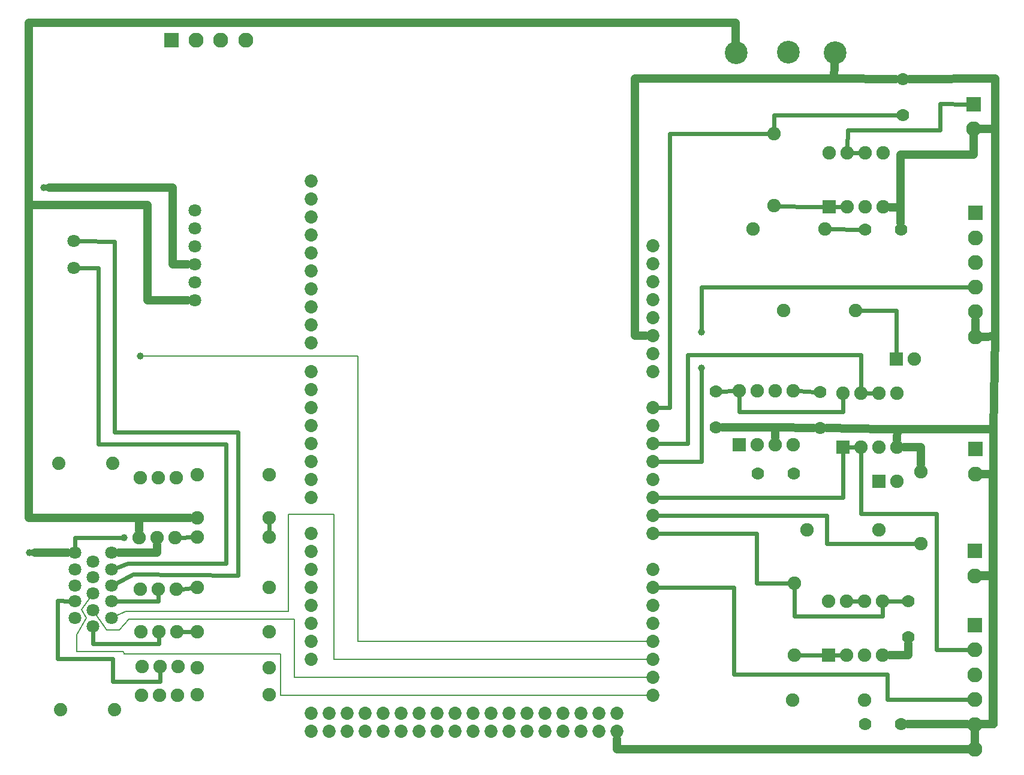
<source format=gtl>
G04 MADE WITH FRITZING*
G04 WWW.FRITZING.ORG*
G04 DOUBLE SIDED*
G04 HOLES PLATED*
G04 CONTOUR ON CENTER OF CONTOUR VECTOR*
%ASAXBY*%
%FSLAX23Y23*%
%MOIN*%
%OFA0B0*%
%SFA1.0B1.0*%
%ADD10C,0.039370*%
%ADD11C,0.075000*%
%ADD12C,0.070000*%
%ADD13C,0.070866*%
%ADD14C,0.072917*%
%ADD15C,0.074000*%
%ADD16C,0.126614*%
%ADD17C,0.083307*%
%ADD18R,0.075000X0.075000*%
%ADD19R,0.083307X0.083307*%
%ADD20C,0.048000*%
%ADD21C,0.024000*%
%ADD22C,0.008000*%
%ADD23R,0.001000X0.001000*%
%LNCOPPER1*%
G90*
G70*
G54D10*
X3820Y2733D03*
X3820Y2533D03*
X82Y1506D03*
X609Y1591D03*
X163Y3536D03*
X699Y2600D03*
G54D11*
X4407Y1634D03*
X4807Y1634D03*
X4527Y938D03*
X4527Y1238D03*
X4627Y938D03*
X4627Y1238D03*
X4727Y938D03*
X4727Y1238D03*
X4827Y938D03*
X4827Y1238D03*
X4529Y3430D03*
X4529Y3730D03*
X4629Y3430D03*
X4629Y3730D03*
X4729Y3430D03*
X4729Y3730D03*
X4829Y3430D03*
X4829Y3730D03*
X4607Y2094D03*
X4607Y2394D03*
X4707Y2094D03*
X4707Y2394D03*
X4807Y2094D03*
X4807Y2394D03*
X4907Y2094D03*
X4907Y2394D03*
X4029Y2107D03*
X4029Y2407D03*
X4129Y2107D03*
X4129Y2407D03*
X4229Y2107D03*
X4229Y2407D03*
X4329Y2107D03*
X4329Y2407D03*
G54D12*
X3899Y2403D03*
X3899Y2203D03*
X4480Y2400D03*
X4480Y2200D03*
X4132Y1948D03*
X4332Y1948D03*
X4969Y1236D03*
X4969Y1036D03*
X4928Y3302D03*
X4728Y3302D03*
X4928Y553D03*
X4728Y553D03*
X4938Y4141D03*
X4938Y3941D03*
G54D11*
X4337Y938D03*
X4337Y1338D03*
X4276Y2854D03*
X4676Y2854D03*
X5039Y1557D03*
X5039Y1957D03*
X4105Y3305D03*
X4505Y3305D03*
X4325Y688D03*
X4725Y688D03*
X4224Y3435D03*
X4224Y3835D03*
X4806Y1903D03*
X4906Y1903D03*
X4904Y2584D03*
X5004Y2584D03*
G54D13*
X538Y1413D03*
X538Y1235D03*
X538Y1324D03*
X538Y1505D03*
X330Y3241D03*
X330Y3091D03*
X1004Y3410D03*
X1004Y3310D03*
X1004Y3210D03*
X1004Y3110D03*
X1004Y3010D03*
X1004Y2910D03*
X538Y1143D03*
X437Y1369D03*
X437Y1279D03*
X437Y1458D03*
X437Y1188D03*
X437Y1098D03*
X337Y1143D03*
X337Y1505D03*
X337Y1413D03*
X337Y1324D03*
X337Y1235D03*
G54D14*
X3551Y1313D03*
X3551Y2913D03*
X3551Y1213D03*
X3551Y1113D03*
X3551Y1013D03*
X3551Y913D03*
X2151Y613D03*
X3551Y813D03*
X3551Y713D03*
X1651Y2873D03*
X3551Y2313D03*
X3551Y2213D03*
X3551Y2113D03*
X3551Y2013D03*
X2951Y613D03*
X3551Y1913D03*
X3551Y1813D03*
X3551Y1713D03*
X3551Y1613D03*
X1651Y2113D03*
X1751Y613D03*
X2551Y613D03*
X3351Y613D03*
X1651Y3273D03*
X3551Y2513D03*
X1651Y2513D03*
X1951Y613D03*
X2351Y613D03*
X2751Y613D03*
X1651Y913D03*
X3151Y613D03*
X1651Y1013D03*
X1651Y1113D03*
X1651Y1213D03*
X1651Y1313D03*
X1651Y1413D03*
X1651Y1513D03*
X1651Y1613D03*
X1651Y3473D03*
X1651Y3073D03*
X1651Y2673D03*
X3551Y3113D03*
X3551Y2713D03*
X1651Y1913D03*
X1651Y2313D03*
X1651Y613D03*
X1851Y613D03*
X2051Y613D03*
X2251Y613D03*
X2451Y613D03*
X2651Y613D03*
X2851Y613D03*
X3051Y613D03*
X3251Y613D03*
X1651Y3573D03*
X1651Y3373D03*
X1651Y3173D03*
X1651Y2973D03*
X1651Y2773D03*
X3551Y3213D03*
X3551Y3013D03*
X3551Y2813D03*
X3551Y2613D03*
X1651Y1813D03*
X1651Y2013D03*
X1651Y2213D03*
X1651Y2413D03*
X1651Y513D03*
X1751Y513D03*
X1851Y513D03*
X1951Y513D03*
X2051Y513D03*
X2151Y513D03*
X2251Y513D03*
X2351Y513D03*
X2451Y513D03*
X2551Y513D03*
X2651Y513D03*
X2751Y513D03*
X2851Y513D03*
X2951Y513D03*
X3051Y513D03*
X3151Y513D03*
X3251Y513D03*
X3351Y513D03*
X3551Y1413D03*
X3551Y1313D03*
X3551Y2913D03*
X3551Y1213D03*
X3551Y1113D03*
X3551Y1013D03*
X3551Y913D03*
X2151Y613D03*
X3551Y813D03*
X3551Y713D03*
X1651Y2873D03*
X3551Y2313D03*
X3551Y2213D03*
X3551Y2113D03*
X3551Y2013D03*
X2951Y613D03*
X3551Y1913D03*
X3551Y1813D03*
X3551Y1713D03*
X3551Y1613D03*
X1651Y2113D03*
X1751Y613D03*
X2551Y613D03*
X3351Y613D03*
X1651Y3273D03*
X3551Y2513D03*
X1651Y2513D03*
X1951Y613D03*
X2351Y613D03*
X2751Y613D03*
X1651Y913D03*
X3151Y613D03*
X1651Y1013D03*
X1651Y1113D03*
X1651Y1213D03*
X1651Y1313D03*
X1651Y1413D03*
X1651Y1513D03*
X1651Y1613D03*
X1651Y3473D03*
X1651Y3073D03*
X1651Y2673D03*
X3551Y3113D03*
X3551Y2713D03*
X1651Y1913D03*
X1651Y2313D03*
X1651Y613D03*
X1851Y613D03*
X2051Y613D03*
X2251Y613D03*
X2451Y613D03*
X2651Y613D03*
X2851Y613D03*
X3051Y613D03*
X3251Y613D03*
X1651Y3573D03*
X1651Y3373D03*
X1651Y3173D03*
X1651Y2973D03*
X1651Y2773D03*
X3551Y3213D03*
X3551Y3013D03*
X3551Y2813D03*
X3551Y2613D03*
X1651Y1813D03*
X1651Y2013D03*
X1651Y2213D03*
X1651Y2413D03*
X1651Y513D03*
X1751Y513D03*
X1851Y513D03*
X1951Y513D03*
X2051Y513D03*
X2151Y513D03*
X2251Y513D03*
X2351Y513D03*
X2451Y513D03*
X2551Y513D03*
X2651Y513D03*
X2751Y513D03*
X2851Y513D03*
X2951Y513D03*
X3051Y513D03*
X3151Y513D03*
X3251Y513D03*
X3351Y513D03*
X3551Y1413D03*
G54D11*
X1015Y1312D03*
X1415Y1312D03*
X1016Y1068D03*
X1416Y1068D03*
X1015Y1592D03*
X1415Y1592D03*
X1016Y1700D03*
X1416Y1700D03*
X1015Y866D03*
X1415Y866D03*
X1415Y1939D03*
X1015Y1939D03*
X1417Y717D03*
X1017Y717D03*
G54D15*
X547Y2002D03*
X247Y2002D03*
X547Y2002D03*
X247Y2002D03*
G54D16*
X4562Y4287D03*
X4012Y4287D03*
G54D15*
X555Y634D03*
X255Y634D03*
X555Y634D03*
X255Y634D03*
G54D16*
X4304Y4291D03*
G54D11*
X901Y1302D03*
X801Y1302D03*
X701Y1302D03*
X904Y1066D03*
X804Y1066D03*
X704Y1066D03*
X908Y873D03*
X808Y873D03*
X708Y873D03*
X892Y1590D03*
X792Y1590D03*
X692Y1590D03*
X906Y713D03*
X806Y713D03*
X706Y713D03*
X899Y1922D03*
X799Y1922D03*
X699Y1922D03*
G54D17*
X5339Y1103D03*
X5339Y965D03*
X5339Y827D03*
X5339Y689D03*
X5339Y551D03*
X5339Y414D03*
X5342Y3396D03*
X5342Y3258D03*
X5342Y3120D03*
X5342Y2982D03*
X5342Y2845D03*
X5342Y2707D03*
X5343Y2082D03*
X5343Y1944D03*
X5340Y1515D03*
X5340Y1377D03*
X5332Y4001D03*
X5332Y3863D03*
X872Y4356D03*
X1010Y4356D03*
X1147Y4356D03*
X1285Y4356D03*
G54D18*
X4527Y938D03*
X4529Y3430D03*
X4607Y2094D03*
X4029Y2107D03*
X4806Y1903D03*
X4904Y2584D03*
G54D19*
X5339Y1103D03*
X5342Y3396D03*
X5343Y2082D03*
X5340Y1515D03*
X5332Y4001D03*
X872Y4356D03*
G54D20*
X295Y1505D02*
X112Y1506D01*
G54D21*
D02*
X988Y1067D02*
X933Y1066D01*
D02*
X437Y1000D02*
X804Y1000D01*
D02*
X804Y1000D02*
X804Y1037D01*
D02*
X437Y1068D02*
X437Y1000D01*
D02*
X801Y1235D02*
X801Y1273D01*
D02*
X569Y1235D02*
X801Y1235D01*
D02*
X930Y1304D02*
X987Y1310D01*
D02*
X3345Y530D02*
X3351Y513D01*
G54D20*
D02*
X4925Y3425D02*
X4927Y3339D01*
G54D21*
D02*
X337Y1591D02*
X591Y1591D01*
D02*
X337Y1536D02*
X337Y1591D01*
G54D22*
D02*
X3527Y813D02*
X1555Y813D01*
D02*
X3527Y713D02*
X1481Y713D01*
D02*
X1777Y913D02*
X1777Y1719D01*
D02*
X1777Y1719D02*
X1522Y1719D01*
D02*
X1481Y713D02*
X1481Y944D01*
D02*
X1481Y944D02*
X609Y944D01*
D02*
X609Y944D02*
X606Y958D01*
D02*
X606Y958D02*
X345Y958D01*
D02*
X345Y1050D02*
X399Y1143D01*
D02*
X345Y958D02*
X345Y1050D01*
D02*
X399Y1143D02*
X374Y1189D01*
D02*
X1522Y1719D02*
X1522Y1180D01*
D02*
X1555Y813D02*
X1555Y1135D01*
D02*
X1555Y1135D02*
X637Y1135D01*
D02*
X637Y1135D02*
X583Y1077D01*
D02*
X374Y1189D02*
X422Y1259D01*
D02*
X619Y1180D02*
X561Y1154D01*
D02*
X583Y1077D02*
X514Y1077D01*
D02*
X514Y1077D02*
X451Y1167D01*
D02*
X1522Y1180D02*
X619Y1180D01*
D02*
X3527Y913D02*
X1777Y913D01*
G54D20*
D02*
X880Y3536D02*
X880Y3110D01*
D02*
X880Y3110D02*
X962Y3110D01*
D02*
X193Y3536D02*
X880Y3536D01*
G54D21*
D02*
X920Y1590D02*
X986Y1592D01*
D02*
X1415Y1621D02*
X1416Y1671D01*
G54D22*
D02*
X1910Y1013D02*
X1910Y2600D01*
D02*
X1910Y2600D02*
X712Y2600D01*
D02*
X3527Y1013D02*
X1910Y1013D01*
G54D21*
D02*
X4125Y1338D02*
X4308Y1338D01*
D02*
X4125Y1613D02*
X4125Y1338D01*
D02*
X4827Y1153D02*
X4827Y1209D01*
D02*
X3582Y1613D02*
X4125Y1613D01*
D02*
X4607Y1813D02*
X3582Y1813D01*
D02*
X4607Y2065D02*
X4607Y1813D01*
D02*
X4337Y1153D02*
X4337Y1310D01*
G54D20*
D02*
X4969Y938D02*
X4867Y938D01*
D02*
X4969Y999D02*
X4969Y938D01*
D02*
X5295Y552D02*
X4966Y552D01*
G54D21*
D02*
X4499Y938D02*
X4365Y938D01*
D02*
X4827Y1153D02*
X4337Y1153D01*
D02*
X4942Y1236D02*
X4856Y1237D01*
D02*
X4854Y689D02*
X5306Y689D01*
D02*
X4854Y831D02*
X4854Y689D01*
D02*
X4001Y831D02*
X4854Y831D01*
D02*
X4001Y1313D02*
X4001Y831D01*
D02*
X3582Y1313D02*
X4001Y1313D01*
G54D20*
D02*
X5039Y2094D02*
X5039Y1997D01*
D02*
X4947Y2094D02*
X5039Y2094D01*
G54D21*
D02*
X5125Y965D02*
X5125Y1723D01*
D02*
X5125Y1723D02*
X4707Y1723D01*
D02*
X4707Y1723D02*
X4707Y2065D01*
D02*
X5307Y965D02*
X5125Y965D01*
D02*
X4517Y1557D02*
X5011Y1557D01*
D02*
X4517Y1713D02*
X4517Y1557D01*
D02*
X3582Y1713D02*
X4517Y1713D01*
D02*
X3644Y2313D02*
X3582Y2313D01*
D02*
X3644Y3835D02*
X3644Y2313D01*
D02*
X4196Y3835D02*
X3644Y3835D01*
G54D20*
D02*
X3351Y414D02*
X5295Y414D01*
D02*
X3351Y471D02*
X3351Y414D01*
G54D21*
D02*
X4904Y2854D02*
X4904Y2613D01*
D02*
X4704Y2854D02*
X4904Y2854D01*
D02*
X4224Y3941D02*
X4224Y3864D01*
D02*
X4912Y3941D02*
X4224Y3941D01*
D02*
X4430Y3430D02*
X4501Y3430D01*
D02*
X4253Y3434D02*
X4430Y3430D01*
D02*
X5147Y3855D02*
X4632Y3855D01*
D02*
X4632Y3855D02*
X4630Y3758D01*
D02*
X5147Y4004D02*
X5147Y3855D01*
D02*
X5300Y4001D02*
X5147Y4004D01*
D02*
X4707Y2605D02*
X4707Y2422D01*
D02*
X3742Y2605D02*
X4707Y2605D01*
D02*
X3742Y2113D02*
X3742Y2605D01*
D02*
X3582Y2113D02*
X3742Y2113D01*
D02*
X3820Y2752D02*
X3820Y2982D01*
D02*
X3820Y2013D02*
X3820Y2514D01*
D02*
X3820Y2982D02*
X5309Y2982D01*
D02*
X3582Y2013D02*
X3820Y2013D01*
D02*
X4702Y3302D02*
X4533Y3305D01*
G54D20*
D02*
X4925Y3425D02*
X4869Y3428D01*
D02*
X4925Y3720D02*
X4925Y3425D01*
D02*
X5332Y3720D02*
X4925Y3720D01*
D02*
X5332Y3819D02*
X5332Y3720D01*
D02*
X5443Y2192D02*
X5443Y1944D01*
D02*
X5453Y2709D02*
X5386Y2708D01*
D02*
X5443Y1944D02*
X5387Y1944D01*
D02*
X5453Y2709D02*
X5443Y2192D01*
D02*
X4443Y2201D02*
X4230Y2203D01*
D02*
X4908Y2192D02*
X4907Y2133D01*
D02*
X4832Y2192D02*
X4517Y2199D01*
D02*
X4230Y2203D02*
X4229Y2147D01*
D02*
X5443Y2192D02*
X4832Y2192D01*
G54D21*
D02*
X4454Y2401D02*
X4357Y2406D01*
G54D20*
D02*
X4230Y2203D02*
X3936Y2203D01*
G54D21*
D02*
X4701Y3730D02*
X4658Y3730D01*
D02*
X4779Y2394D02*
X4736Y2394D01*
D02*
X4699Y1238D02*
X4656Y1238D01*
D02*
X4000Y2406D02*
X3925Y2404D01*
D02*
X4029Y2291D02*
X4029Y2378D01*
D02*
X4607Y2291D02*
X4029Y2291D01*
D02*
X4607Y2365D02*
X4607Y2291D01*
G54D20*
D02*
X5339Y508D02*
X5339Y458D01*
D02*
X5342Y2801D02*
X5342Y2751D01*
G54D21*
D02*
X467Y3091D02*
X467Y2111D01*
D02*
X467Y2111D02*
X1175Y2111D01*
D02*
X555Y3238D02*
X555Y2177D01*
D02*
X555Y2177D02*
X1242Y2177D01*
D02*
X1242Y2177D02*
X1242Y1381D01*
D02*
X661Y1387D02*
X566Y1338D01*
D02*
X1242Y1381D02*
X661Y1387D01*
D02*
X1175Y2111D02*
X1175Y1445D01*
D02*
X629Y1445D02*
X568Y1424D01*
D02*
X1175Y1445D02*
X629Y1445D01*
D02*
X361Y3091D02*
X467Y3091D01*
D02*
X361Y3240D02*
X555Y3238D01*
D02*
X4599Y938D02*
X4556Y938D01*
D02*
X4601Y3430D02*
X4558Y3430D01*
G54D20*
D02*
X5453Y3863D02*
X5453Y2709D01*
D02*
X738Y2910D02*
X962Y2910D01*
D02*
X738Y3440D02*
X738Y2910D01*
D02*
X79Y3440D02*
X738Y3440D01*
G54D21*
D02*
X4679Y2094D02*
X4636Y2094D01*
G54D20*
D02*
X5453Y3863D02*
X5376Y3863D01*
D02*
X5453Y4142D02*
X5453Y3863D01*
D02*
X4975Y4141D02*
X5453Y4142D01*
D02*
X4557Y4142D02*
X4901Y4141D01*
D02*
X4008Y4415D02*
X4010Y4353D01*
D02*
X4008Y4453D02*
X4008Y4415D01*
D02*
X79Y4453D02*
X4008Y4453D01*
D02*
X79Y3440D02*
X79Y4453D01*
D02*
X79Y1700D02*
X79Y3440D01*
G54D21*
D02*
X306Y1236D02*
X239Y1239D01*
G54D20*
D02*
X580Y1505D02*
X792Y1505D01*
D02*
X792Y1505D02*
X792Y1550D01*
G54D21*
D02*
X239Y916D02*
X547Y916D01*
D02*
X547Y916D02*
X547Y791D01*
D02*
X547Y791D02*
X808Y791D01*
D02*
X808Y791D02*
X808Y845D01*
D02*
X239Y1239D02*
X239Y916D01*
G54D20*
D02*
X4557Y4142D02*
X4560Y4222D01*
D02*
X3449Y4142D02*
X4557Y4142D01*
D02*
X3449Y2713D02*
X3449Y4142D01*
D02*
X3510Y2713D02*
X3449Y2713D01*
D02*
X692Y1700D02*
X692Y1629D01*
D02*
X79Y1700D02*
X692Y1700D01*
D02*
X692Y1700D02*
X976Y1700D01*
G54D23*
X5437Y1969D02*
X5447Y1969D01*
X5434Y1968D02*
X5450Y1968D01*
X5432Y1967D02*
X5452Y1967D01*
X5430Y1966D02*
X5454Y1966D01*
X5428Y1965D02*
X5456Y1965D01*
X5427Y1964D02*
X5457Y1964D01*
X5426Y1963D02*
X5458Y1963D01*
X5425Y1962D02*
X5459Y1962D01*
X5424Y1961D02*
X5460Y1961D01*
X5423Y1960D02*
X5461Y1960D01*
X5423Y1959D02*
X5461Y1959D01*
X5422Y1958D02*
X5462Y1958D01*
X5421Y1957D02*
X5463Y1957D01*
X5421Y1956D02*
X5463Y1956D01*
X5420Y1955D02*
X5464Y1955D01*
X5420Y1954D02*
X5464Y1954D01*
X5420Y1953D02*
X5464Y1953D01*
X5419Y1952D02*
X5465Y1952D01*
X5419Y1951D02*
X5465Y1951D01*
X5419Y1950D02*
X5465Y1950D01*
X5419Y1949D02*
X5465Y1949D01*
X5419Y1948D02*
X5465Y1948D01*
X5419Y1947D02*
X5465Y1947D01*
X5419Y1946D02*
X5465Y1946D01*
X5418Y1945D02*
X5465Y1945D01*
X5418Y1944D02*
X5465Y1944D01*
X5418Y1943D02*
X5465Y1943D01*
X5418Y1942D02*
X5465Y1942D01*
X5418Y1941D02*
X5465Y1941D01*
X5418Y1940D02*
X5465Y1940D01*
X5418Y1939D02*
X5465Y1939D01*
X5418Y1938D02*
X5465Y1938D01*
X5418Y1937D02*
X5465Y1937D01*
X5418Y1936D02*
X5465Y1936D01*
X5418Y1935D02*
X5465Y1935D01*
X5418Y1934D02*
X5465Y1934D01*
X5418Y1933D02*
X5465Y1933D01*
X5418Y1932D02*
X5465Y1932D01*
X5418Y1931D02*
X5465Y1931D01*
X5418Y1930D02*
X5465Y1930D01*
X5418Y1929D02*
X5465Y1929D01*
X5418Y1928D02*
X5465Y1928D01*
X5418Y1927D02*
X5465Y1927D01*
X5418Y1926D02*
X5465Y1926D01*
X5418Y1925D02*
X5465Y1925D01*
X5418Y1924D02*
X5465Y1924D01*
X5418Y1923D02*
X5465Y1923D01*
X5418Y1922D02*
X5465Y1922D01*
X5418Y1921D02*
X5465Y1921D01*
X5418Y1920D02*
X5465Y1920D01*
X5418Y1919D02*
X5465Y1919D01*
X5418Y1918D02*
X5465Y1918D01*
X5418Y1917D02*
X5465Y1917D01*
X5418Y1916D02*
X5465Y1916D01*
X5418Y1915D02*
X5465Y1915D01*
X5418Y1914D02*
X5465Y1914D01*
X5418Y1913D02*
X5465Y1913D01*
X5418Y1912D02*
X5465Y1912D01*
X5418Y1911D02*
X5465Y1911D01*
X5418Y1910D02*
X5465Y1910D01*
X5418Y1909D02*
X5465Y1909D01*
X5418Y1908D02*
X5465Y1908D01*
X5418Y1907D02*
X5465Y1907D01*
X5418Y1906D02*
X5465Y1906D01*
X5418Y1905D02*
X5465Y1905D01*
X5418Y1904D02*
X5465Y1904D01*
X5418Y1903D02*
X5465Y1903D01*
X5418Y1902D02*
X5465Y1902D01*
X5418Y1901D02*
X5465Y1901D01*
X5418Y1900D02*
X5465Y1900D01*
X5418Y1899D02*
X5465Y1899D01*
X5418Y1898D02*
X5465Y1898D01*
X5418Y1897D02*
X5465Y1897D01*
X5418Y1896D02*
X5465Y1896D01*
X5418Y1895D02*
X5465Y1895D01*
X5418Y1894D02*
X5465Y1894D01*
X5418Y1893D02*
X5465Y1893D01*
X5418Y1892D02*
X5465Y1892D01*
X5418Y1891D02*
X5465Y1891D01*
X5418Y1890D02*
X5465Y1890D01*
X5418Y1889D02*
X5465Y1889D01*
X5418Y1888D02*
X5465Y1888D01*
X5418Y1887D02*
X5465Y1887D01*
X5418Y1886D02*
X5465Y1886D01*
X5418Y1885D02*
X5465Y1885D01*
X5418Y1884D02*
X5465Y1884D01*
X5418Y1883D02*
X5465Y1883D01*
X5418Y1882D02*
X5465Y1882D01*
X5418Y1881D02*
X5465Y1881D01*
X5418Y1880D02*
X5465Y1880D01*
X5418Y1879D02*
X5465Y1879D01*
X5418Y1878D02*
X5465Y1878D01*
X5418Y1877D02*
X5465Y1877D01*
X5418Y1876D02*
X5465Y1876D01*
X5418Y1875D02*
X5465Y1875D01*
X5418Y1874D02*
X5465Y1874D01*
X5418Y1873D02*
X5465Y1873D01*
X5418Y1872D02*
X5465Y1872D01*
X5418Y1871D02*
X5465Y1871D01*
X5418Y1870D02*
X5465Y1870D01*
X5418Y1869D02*
X5465Y1869D01*
X5418Y1868D02*
X5465Y1868D01*
X5418Y1867D02*
X5465Y1867D01*
X5418Y1866D02*
X5465Y1866D01*
X5418Y1865D02*
X5465Y1865D01*
X5418Y1864D02*
X5465Y1864D01*
X5418Y1863D02*
X5465Y1863D01*
X5418Y1862D02*
X5465Y1862D01*
X5418Y1861D02*
X5465Y1861D01*
X5418Y1860D02*
X5465Y1860D01*
X5418Y1859D02*
X5465Y1859D01*
X5418Y1858D02*
X5465Y1858D01*
X5418Y1857D02*
X5465Y1857D01*
X5418Y1856D02*
X5465Y1856D01*
X5418Y1855D02*
X5465Y1855D01*
X5418Y1854D02*
X5465Y1854D01*
X5418Y1853D02*
X5465Y1853D01*
X5418Y1852D02*
X5465Y1852D01*
X5418Y1851D02*
X5465Y1851D01*
X5418Y1850D02*
X5465Y1850D01*
X5418Y1849D02*
X5465Y1849D01*
X5418Y1848D02*
X5465Y1848D01*
X5418Y1847D02*
X5465Y1847D01*
X5418Y1846D02*
X5465Y1846D01*
X5418Y1845D02*
X5465Y1845D01*
X5418Y1844D02*
X5465Y1844D01*
X5418Y1843D02*
X5465Y1843D01*
X5418Y1842D02*
X5465Y1842D01*
X5418Y1841D02*
X5465Y1841D01*
X5418Y1840D02*
X5465Y1840D01*
X5418Y1839D02*
X5465Y1839D01*
X5418Y1838D02*
X5465Y1838D01*
X5418Y1837D02*
X5465Y1837D01*
X5418Y1836D02*
X5465Y1836D01*
X5418Y1835D02*
X5465Y1835D01*
X5418Y1834D02*
X5465Y1834D01*
X5418Y1833D02*
X5465Y1833D01*
X5418Y1832D02*
X5465Y1832D01*
X5418Y1831D02*
X5465Y1831D01*
X5418Y1830D02*
X5465Y1830D01*
X5418Y1829D02*
X5465Y1829D01*
X5418Y1828D02*
X5465Y1828D01*
X5418Y1827D02*
X5465Y1827D01*
X5418Y1826D02*
X5465Y1826D01*
X5418Y1825D02*
X5465Y1825D01*
X5418Y1824D02*
X5465Y1824D01*
X5418Y1823D02*
X5465Y1823D01*
X5418Y1822D02*
X5465Y1822D01*
X5418Y1821D02*
X5465Y1821D01*
X5418Y1820D02*
X5465Y1820D01*
X5418Y1819D02*
X5465Y1819D01*
X5418Y1818D02*
X5465Y1818D01*
X5418Y1817D02*
X5465Y1817D01*
X5418Y1816D02*
X5465Y1816D01*
X5418Y1815D02*
X5465Y1815D01*
X5418Y1814D02*
X5465Y1814D01*
X5418Y1813D02*
X5465Y1813D01*
X5418Y1812D02*
X5465Y1812D01*
X5418Y1811D02*
X5465Y1811D01*
X5418Y1810D02*
X5465Y1810D01*
X5418Y1809D02*
X5465Y1809D01*
X5418Y1808D02*
X5465Y1808D01*
X5418Y1807D02*
X5465Y1807D01*
X5418Y1806D02*
X5465Y1806D01*
X5418Y1805D02*
X5465Y1805D01*
X5418Y1804D02*
X5465Y1804D01*
X5418Y1803D02*
X5465Y1803D01*
X5418Y1802D02*
X5465Y1802D01*
X5418Y1801D02*
X5465Y1801D01*
X5418Y1800D02*
X5465Y1800D01*
X5418Y1799D02*
X5465Y1799D01*
X5418Y1798D02*
X5465Y1798D01*
X5418Y1797D02*
X5465Y1797D01*
X5418Y1796D02*
X5465Y1796D01*
X5418Y1795D02*
X5465Y1795D01*
X5418Y1794D02*
X5465Y1794D01*
X5418Y1793D02*
X5465Y1793D01*
X5418Y1792D02*
X5465Y1792D01*
X5418Y1791D02*
X5465Y1791D01*
X5418Y1790D02*
X5465Y1790D01*
X5418Y1789D02*
X5465Y1789D01*
X5418Y1788D02*
X5465Y1788D01*
X5418Y1787D02*
X5465Y1787D01*
X5418Y1786D02*
X5465Y1786D01*
X5418Y1785D02*
X5465Y1785D01*
X5418Y1784D02*
X5465Y1784D01*
X5418Y1783D02*
X5465Y1783D01*
X5418Y1782D02*
X5465Y1782D01*
X5418Y1781D02*
X5465Y1781D01*
X5418Y1780D02*
X5465Y1780D01*
X5418Y1779D02*
X5465Y1779D01*
X5418Y1778D02*
X5465Y1778D01*
X5418Y1777D02*
X5465Y1777D01*
X5418Y1776D02*
X5465Y1776D01*
X5418Y1775D02*
X5465Y1775D01*
X5418Y1774D02*
X5465Y1774D01*
X5418Y1773D02*
X5465Y1773D01*
X5418Y1772D02*
X5465Y1772D01*
X5418Y1771D02*
X5465Y1771D01*
X5418Y1770D02*
X5465Y1770D01*
X5418Y1769D02*
X5465Y1769D01*
X5418Y1768D02*
X5465Y1768D01*
X5418Y1767D02*
X5465Y1767D01*
X5418Y1766D02*
X5465Y1766D01*
X5418Y1765D02*
X5465Y1765D01*
X5418Y1764D02*
X5465Y1764D01*
X5418Y1763D02*
X5465Y1763D01*
X5418Y1762D02*
X5465Y1762D01*
X5418Y1761D02*
X5465Y1761D01*
X5418Y1760D02*
X5465Y1760D01*
X5418Y1759D02*
X5465Y1759D01*
X5418Y1758D02*
X5465Y1758D01*
X5418Y1757D02*
X5465Y1757D01*
X5418Y1756D02*
X5465Y1756D01*
X5418Y1755D02*
X5465Y1755D01*
X5418Y1754D02*
X5465Y1754D01*
X5418Y1753D02*
X5465Y1753D01*
X5418Y1752D02*
X5465Y1752D01*
X5418Y1751D02*
X5465Y1751D01*
X5418Y1750D02*
X5465Y1750D01*
X5418Y1749D02*
X5465Y1749D01*
X5418Y1748D02*
X5465Y1748D01*
X5418Y1747D02*
X5465Y1747D01*
X5418Y1746D02*
X5465Y1746D01*
X5418Y1745D02*
X5465Y1745D01*
X5418Y1744D02*
X5465Y1744D01*
X5418Y1743D02*
X5465Y1743D01*
X5418Y1742D02*
X5465Y1742D01*
X5418Y1741D02*
X5465Y1741D01*
X5418Y1740D02*
X5465Y1740D01*
X5418Y1739D02*
X5465Y1739D01*
X5418Y1738D02*
X5465Y1738D01*
X5418Y1737D02*
X5465Y1737D01*
X5418Y1736D02*
X5465Y1736D01*
X5418Y1735D02*
X5465Y1735D01*
X5418Y1734D02*
X5465Y1734D01*
X5418Y1733D02*
X5465Y1733D01*
X5418Y1732D02*
X5465Y1732D01*
X5418Y1731D02*
X5465Y1731D01*
X5418Y1730D02*
X5465Y1730D01*
X5418Y1729D02*
X5465Y1729D01*
X5418Y1728D02*
X5465Y1728D01*
X5418Y1727D02*
X5465Y1727D01*
X5418Y1726D02*
X5465Y1726D01*
X5418Y1725D02*
X5465Y1725D01*
X5418Y1724D02*
X5465Y1724D01*
X5418Y1723D02*
X5465Y1723D01*
X5418Y1722D02*
X5465Y1722D01*
X5418Y1721D02*
X5465Y1721D01*
X5418Y1720D02*
X5465Y1720D01*
X5418Y1719D02*
X5465Y1719D01*
X5418Y1718D02*
X5465Y1718D01*
X5418Y1717D02*
X5465Y1717D01*
X5418Y1716D02*
X5465Y1716D01*
X5418Y1715D02*
X5465Y1715D01*
X5418Y1714D02*
X5465Y1714D01*
X5418Y1713D02*
X5465Y1713D01*
X5418Y1712D02*
X5465Y1712D01*
X5418Y1711D02*
X5465Y1711D01*
X5418Y1710D02*
X5465Y1710D01*
X5418Y1709D02*
X5465Y1709D01*
X5418Y1708D02*
X5465Y1708D01*
X5418Y1707D02*
X5465Y1707D01*
X5418Y1706D02*
X5465Y1706D01*
X5418Y1705D02*
X5465Y1705D01*
X5418Y1704D02*
X5465Y1704D01*
X5418Y1703D02*
X5465Y1703D01*
X5418Y1702D02*
X5465Y1702D01*
X5418Y1701D02*
X5465Y1701D01*
X5418Y1700D02*
X5465Y1700D01*
X5418Y1699D02*
X5465Y1699D01*
X5418Y1698D02*
X5465Y1698D01*
X5418Y1697D02*
X5465Y1697D01*
X5418Y1696D02*
X5465Y1696D01*
X5418Y1695D02*
X5465Y1695D01*
X5418Y1694D02*
X5465Y1694D01*
X5418Y1693D02*
X5465Y1693D01*
X5418Y1692D02*
X5465Y1692D01*
X5418Y1691D02*
X5465Y1691D01*
X5418Y1690D02*
X5465Y1690D01*
X5418Y1689D02*
X5465Y1689D01*
X5418Y1688D02*
X5465Y1688D01*
X5418Y1687D02*
X5465Y1687D01*
X5418Y1686D02*
X5465Y1686D01*
X5418Y1685D02*
X5465Y1685D01*
X5418Y1684D02*
X5465Y1684D01*
X5418Y1683D02*
X5465Y1683D01*
X5418Y1682D02*
X5465Y1682D01*
X5418Y1681D02*
X5465Y1681D01*
X5418Y1680D02*
X5465Y1680D01*
X5418Y1679D02*
X5465Y1679D01*
X5418Y1678D02*
X5465Y1678D01*
X5418Y1677D02*
X5465Y1677D01*
X5418Y1676D02*
X5465Y1676D01*
X5418Y1675D02*
X5465Y1675D01*
X5418Y1674D02*
X5465Y1674D01*
X5418Y1673D02*
X5465Y1673D01*
X5418Y1672D02*
X5465Y1672D01*
X5418Y1671D02*
X5465Y1671D01*
X5418Y1670D02*
X5465Y1670D01*
X5418Y1669D02*
X5465Y1669D01*
X5418Y1668D02*
X5465Y1668D01*
X5418Y1667D02*
X5465Y1667D01*
X5418Y1666D02*
X5465Y1666D01*
X5418Y1665D02*
X5465Y1665D01*
X5418Y1664D02*
X5465Y1664D01*
X5418Y1663D02*
X5465Y1663D01*
X5418Y1662D02*
X5465Y1662D01*
X5418Y1661D02*
X5465Y1661D01*
X5418Y1660D02*
X5465Y1660D01*
X5418Y1659D02*
X5465Y1659D01*
X5418Y1658D02*
X5465Y1658D01*
X5418Y1657D02*
X5465Y1657D01*
X5418Y1656D02*
X5465Y1656D01*
X5418Y1655D02*
X5465Y1655D01*
X5418Y1654D02*
X5465Y1654D01*
X5418Y1653D02*
X5465Y1653D01*
X5418Y1652D02*
X5465Y1652D01*
X5418Y1651D02*
X5465Y1651D01*
X5418Y1650D02*
X5465Y1650D01*
X5418Y1649D02*
X5465Y1649D01*
X5418Y1648D02*
X5465Y1648D01*
X5418Y1647D02*
X5465Y1647D01*
X5418Y1646D02*
X5465Y1646D01*
X5418Y1645D02*
X5465Y1645D01*
X5418Y1644D02*
X5465Y1644D01*
X5418Y1643D02*
X5465Y1643D01*
X5418Y1642D02*
X5465Y1642D01*
X5418Y1641D02*
X5465Y1641D01*
X5418Y1640D02*
X5465Y1640D01*
X5418Y1639D02*
X5465Y1639D01*
X5418Y1638D02*
X5465Y1638D01*
X5418Y1637D02*
X5465Y1637D01*
X5418Y1636D02*
X5465Y1636D01*
X5418Y1635D02*
X5465Y1635D01*
X5418Y1634D02*
X5465Y1634D01*
X5418Y1633D02*
X5465Y1633D01*
X5418Y1632D02*
X5465Y1632D01*
X5418Y1631D02*
X5465Y1631D01*
X5418Y1630D02*
X5465Y1630D01*
X5418Y1629D02*
X5465Y1629D01*
X5418Y1628D02*
X5465Y1628D01*
X5418Y1627D02*
X5465Y1627D01*
X5418Y1626D02*
X5465Y1626D01*
X5418Y1625D02*
X5465Y1625D01*
X5418Y1624D02*
X5465Y1624D01*
X5418Y1623D02*
X5465Y1623D01*
X5418Y1622D02*
X5465Y1622D01*
X5418Y1621D02*
X5465Y1621D01*
X5418Y1620D02*
X5465Y1620D01*
X5418Y1619D02*
X5465Y1619D01*
X5418Y1618D02*
X5465Y1618D01*
X5418Y1617D02*
X5465Y1617D01*
X5418Y1616D02*
X5465Y1616D01*
X5418Y1615D02*
X5465Y1615D01*
X5418Y1614D02*
X5465Y1614D01*
X5418Y1613D02*
X5465Y1613D01*
X5418Y1612D02*
X5465Y1612D01*
X5418Y1611D02*
X5465Y1611D01*
X5418Y1610D02*
X5465Y1610D01*
X5418Y1609D02*
X5465Y1609D01*
X5418Y1608D02*
X5465Y1608D01*
X5418Y1607D02*
X5465Y1607D01*
X5418Y1606D02*
X5465Y1606D01*
X5418Y1605D02*
X5465Y1605D01*
X5418Y1604D02*
X5465Y1604D01*
X5418Y1603D02*
X5465Y1603D01*
X5418Y1602D02*
X5465Y1602D01*
X5418Y1601D02*
X5465Y1601D01*
X5418Y1600D02*
X5465Y1600D01*
X5418Y1599D02*
X5465Y1599D01*
X5418Y1598D02*
X5465Y1598D01*
X5418Y1597D02*
X5465Y1597D01*
X5418Y1596D02*
X5465Y1596D01*
X5418Y1595D02*
X5465Y1595D01*
X5418Y1594D02*
X5465Y1594D01*
X5418Y1593D02*
X5465Y1593D01*
X5418Y1592D02*
X5465Y1592D01*
X5418Y1591D02*
X5465Y1591D01*
X5418Y1590D02*
X5465Y1590D01*
X5418Y1589D02*
X5465Y1589D01*
X5418Y1588D02*
X5465Y1588D01*
X5418Y1587D02*
X5465Y1587D01*
X5418Y1586D02*
X5465Y1586D01*
X5418Y1585D02*
X5465Y1585D01*
X5418Y1584D02*
X5465Y1584D01*
X5418Y1583D02*
X5465Y1583D01*
X5418Y1582D02*
X5465Y1582D01*
X5418Y1581D02*
X5465Y1581D01*
X5418Y1580D02*
X5465Y1580D01*
X5418Y1579D02*
X5465Y1579D01*
X5418Y1578D02*
X5465Y1578D01*
X5418Y1577D02*
X5465Y1577D01*
X5418Y1576D02*
X5465Y1576D01*
X5418Y1575D02*
X5465Y1575D01*
X5418Y1574D02*
X5465Y1574D01*
X5418Y1573D02*
X5465Y1573D01*
X5418Y1572D02*
X5465Y1572D01*
X5418Y1571D02*
X5465Y1571D01*
X5418Y1570D02*
X5465Y1570D01*
X5418Y1569D02*
X5465Y1569D01*
X5418Y1568D02*
X5465Y1568D01*
X5418Y1567D02*
X5465Y1567D01*
X5418Y1566D02*
X5465Y1566D01*
X5418Y1565D02*
X5465Y1565D01*
X5418Y1564D02*
X5465Y1564D01*
X5418Y1563D02*
X5465Y1563D01*
X5418Y1562D02*
X5465Y1562D01*
X5418Y1561D02*
X5465Y1561D01*
X5418Y1560D02*
X5465Y1560D01*
X5418Y1559D02*
X5465Y1559D01*
X5418Y1558D02*
X5465Y1558D01*
X5418Y1557D02*
X5465Y1557D01*
X5418Y1556D02*
X5465Y1556D01*
X5418Y1555D02*
X5465Y1555D01*
X5418Y1554D02*
X5465Y1554D01*
X5418Y1553D02*
X5465Y1553D01*
X5418Y1552D02*
X5465Y1552D01*
X5418Y1551D02*
X5465Y1551D01*
X5418Y1550D02*
X5465Y1550D01*
X5418Y1549D02*
X5465Y1549D01*
X5418Y1548D02*
X5465Y1548D01*
X5418Y1547D02*
X5465Y1547D01*
X5418Y1546D02*
X5465Y1546D01*
X5418Y1545D02*
X5465Y1545D01*
X5418Y1544D02*
X5465Y1544D01*
X5418Y1543D02*
X5465Y1543D01*
X5418Y1542D02*
X5465Y1542D01*
X5418Y1541D02*
X5465Y1541D01*
X5418Y1540D02*
X5465Y1540D01*
X5418Y1539D02*
X5465Y1539D01*
X5418Y1538D02*
X5465Y1538D01*
X5418Y1537D02*
X5465Y1537D01*
X5418Y1536D02*
X5465Y1536D01*
X5418Y1535D02*
X5465Y1535D01*
X5418Y1534D02*
X5465Y1534D01*
X5418Y1533D02*
X5465Y1533D01*
X5418Y1532D02*
X5465Y1532D01*
X5418Y1531D02*
X5465Y1531D01*
X5418Y1530D02*
X5465Y1530D01*
X5418Y1529D02*
X5465Y1529D01*
X5418Y1528D02*
X5465Y1528D01*
X5418Y1527D02*
X5465Y1527D01*
X5418Y1526D02*
X5465Y1526D01*
X5418Y1525D02*
X5465Y1525D01*
X5418Y1524D02*
X5465Y1524D01*
X5418Y1523D02*
X5465Y1523D01*
X5418Y1522D02*
X5465Y1522D01*
X5418Y1521D02*
X5465Y1521D01*
X5418Y1520D02*
X5465Y1520D01*
X5418Y1519D02*
X5465Y1519D01*
X5418Y1518D02*
X5465Y1518D01*
X5418Y1517D02*
X5465Y1517D01*
X5418Y1516D02*
X5465Y1516D01*
X5418Y1515D02*
X5465Y1515D01*
X5418Y1514D02*
X5465Y1514D01*
X5418Y1513D02*
X5465Y1513D01*
X5418Y1512D02*
X5465Y1512D01*
X5418Y1511D02*
X5465Y1511D01*
X5418Y1510D02*
X5465Y1510D01*
X5418Y1509D02*
X5465Y1509D01*
X5418Y1508D02*
X5465Y1508D01*
X5418Y1507D02*
X5465Y1507D01*
X5418Y1506D02*
X5465Y1506D01*
X5418Y1505D02*
X5465Y1505D01*
X5418Y1504D02*
X5465Y1504D01*
X5418Y1503D02*
X5465Y1503D01*
X5418Y1502D02*
X5465Y1502D01*
X5418Y1501D02*
X5465Y1501D01*
X5418Y1500D02*
X5465Y1500D01*
X5418Y1499D02*
X5465Y1499D01*
X5418Y1498D02*
X5465Y1498D01*
X5418Y1497D02*
X5465Y1497D01*
X5418Y1496D02*
X5465Y1496D01*
X5418Y1495D02*
X5465Y1495D01*
X5418Y1494D02*
X5465Y1494D01*
X5418Y1493D02*
X5465Y1493D01*
X5418Y1492D02*
X5465Y1492D01*
X5418Y1491D02*
X5465Y1491D01*
X5418Y1490D02*
X5465Y1490D01*
X5418Y1489D02*
X5465Y1489D01*
X5418Y1488D02*
X5465Y1488D01*
X5418Y1487D02*
X5465Y1487D01*
X5418Y1486D02*
X5465Y1486D01*
X5418Y1485D02*
X5465Y1485D01*
X5418Y1484D02*
X5465Y1484D01*
X5418Y1483D02*
X5465Y1483D01*
X5418Y1482D02*
X5465Y1482D01*
X5418Y1481D02*
X5465Y1481D01*
X5418Y1480D02*
X5465Y1480D01*
X5418Y1479D02*
X5465Y1479D01*
X5418Y1478D02*
X5465Y1478D01*
X5418Y1477D02*
X5465Y1477D01*
X5418Y1476D02*
X5465Y1476D01*
X5418Y1475D02*
X5465Y1475D01*
X5418Y1474D02*
X5465Y1474D01*
X5418Y1473D02*
X5465Y1473D01*
X5418Y1472D02*
X5465Y1472D01*
X5418Y1471D02*
X5465Y1471D01*
X5418Y1470D02*
X5465Y1470D01*
X5418Y1469D02*
X5465Y1469D01*
X5418Y1468D02*
X5465Y1468D01*
X5418Y1467D02*
X5465Y1467D01*
X5418Y1466D02*
X5465Y1466D01*
X5418Y1465D02*
X5465Y1465D01*
X5418Y1464D02*
X5465Y1464D01*
X5418Y1463D02*
X5465Y1463D01*
X5418Y1462D02*
X5465Y1462D01*
X5418Y1461D02*
X5465Y1461D01*
X5418Y1460D02*
X5465Y1460D01*
X5418Y1459D02*
X5465Y1459D01*
X5418Y1458D02*
X5465Y1458D01*
X5418Y1457D02*
X5465Y1457D01*
X5418Y1456D02*
X5465Y1456D01*
X5418Y1455D02*
X5465Y1455D01*
X5418Y1454D02*
X5465Y1454D01*
X5418Y1453D02*
X5465Y1453D01*
X5418Y1452D02*
X5465Y1452D01*
X5418Y1451D02*
X5465Y1451D01*
X5418Y1450D02*
X5465Y1450D01*
X5418Y1449D02*
X5465Y1449D01*
X5418Y1448D02*
X5465Y1448D01*
X5418Y1447D02*
X5465Y1447D01*
X5418Y1446D02*
X5465Y1446D01*
X5418Y1445D02*
X5465Y1445D01*
X5418Y1444D02*
X5465Y1444D01*
X5418Y1443D02*
X5465Y1443D01*
X5418Y1442D02*
X5465Y1442D01*
X5418Y1441D02*
X5465Y1441D01*
X5418Y1440D02*
X5465Y1440D01*
X5418Y1439D02*
X5465Y1439D01*
X5418Y1438D02*
X5465Y1438D01*
X5418Y1437D02*
X5465Y1437D01*
X5418Y1436D02*
X5465Y1436D01*
X5418Y1435D02*
X5465Y1435D01*
X5418Y1434D02*
X5465Y1434D01*
X5418Y1433D02*
X5465Y1433D01*
X5418Y1432D02*
X5465Y1432D01*
X5418Y1431D02*
X5465Y1431D01*
X5418Y1430D02*
X5465Y1430D01*
X5418Y1429D02*
X5465Y1429D01*
X5418Y1428D02*
X5465Y1428D01*
X5418Y1427D02*
X5465Y1427D01*
X5418Y1426D02*
X5465Y1426D01*
X5418Y1425D02*
X5465Y1425D01*
X5418Y1424D02*
X5465Y1424D01*
X5418Y1423D02*
X5465Y1423D01*
X5418Y1422D02*
X5465Y1422D01*
X5418Y1421D02*
X5465Y1421D01*
X5418Y1420D02*
X5465Y1420D01*
X5418Y1419D02*
X5465Y1419D01*
X5418Y1418D02*
X5465Y1418D01*
X5418Y1417D02*
X5465Y1417D01*
X5418Y1416D02*
X5465Y1416D01*
X5418Y1415D02*
X5465Y1415D01*
X5418Y1414D02*
X5465Y1414D01*
X5418Y1413D02*
X5465Y1413D01*
X5418Y1412D02*
X5465Y1412D01*
X5418Y1411D02*
X5465Y1411D01*
X5418Y1410D02*
X5465Y1410D01*
X5418Y1409D02*
X5465Y1409D01*
X5418Y1408D02*
X5465Y1408D01*
X5418Y1407D02*
X5465Y1407D01*
X5418Y1406D02*
X5465Y1406D01*
X5418Y1405D02*
X5465Y1405D01*
X5418Y1404D02*
X5465Y1404D01*
X5418Y1403D02*
X5465Y1403D01*
X5335Y1402D02*
X5465Y1402D01*
X5331Y1401D02*
X5465Y1401D01*
X5329Y1400D02*
X5465Y1400D01*
X5327Y1399D02*
X5465Y1399D01*
X5325Y1398D02*
X5465Y1398D01*
X5324Y1397D02*
X5465Y1397D01*
X5323Y1396D02*
X5465Y1396D01*
X5322Y1395D02*
X5465Y1395D01*
X5321Y1394D02*
X5465Y1394D01*
X5320Y1393D02*
X5465Y1393D01*
X5319Y1392D02*
X5465Y1392D01*
X5319Y1391D02*
X5465Y1391D01*
X5318Y1390D02*
X5465Y1390D01*
X5318Y1389D02*
X5465Y1389D01*
X5317Y1388D02*
X5465Y1388D01*
X5317Y1387D02*
X5465Y1387D01*
X5316Y1386D02*
X5465Y1386D01*
X5316Y1385D02*
X5465Y1385D01*
X5316Y1384D02*
X5465Y1384D01*
X5316Y1383D02*
X5465Y1383D01*
X5315Y1382D02*
X5465Y1382D01*
X5315Y1381D02*
X5465Y1381D01*
X5315Y1380D02*
X5465Y1380D01*
X5315Y1379D02*
X5465Y1379D01*
X5315Y1378D02*
X5465Y1378D01*
X5315Y1377D02*
X5465Y1377D01*
X5315Y1376D02*
X5465Y1376D01*
X5315Y1375D02*
X5465Y1375D01*
X5316Y1374D02*
X5465Y1374D01*
X5316Y1373D02*
X5465Y1373D01*
X5316Y1372D02*
X5465Y1372D01*
X5316Y1371D02*
X5465Y1371D01*
X5317Y1370D02*
X5465Y1370D01*
X5317Y1369D02*
X5465Y1369D01*
X5318Y1368D02*
X5465Y1368D01*
X5318Y1367D02*
X5465Y1367D01*
X5319Y1366D02*
X5465Y1366D01*
X5319Y1365D02*
X5465Y1365D01*
X5320Y1364D02*
X5465Y1364D01*
X5321Y1363D02*
X5465Y1363D01*
X5322Y1362D02*
X5465Y1362D01*
X5323Y1361D02*
X5465Y1361D01*
X5324Y1360D02*
X5465Y1360D01*
X5325Y1359D02*
X5465Y1359D01*
X5327Y1358D02*
X5465Y1358D01*
X5329Y1357D02*
X5465Y1357D01*
X5331Y1356D02*
X5465Y1356D01*
X5334Y1355D02*
X5465Y1355D01*
X5418Y1354D02*
X5465Y1354D01*
X5418Y1353D02*
X5465Y1353D01*
X5418Y1352D02*
X5465Y1352D01*
X5418Y1351D02*
X5465Y1351D01*
X5418Y1350D02*
X5465Y1350D01*
X5418Y1349D02*
X5465Y1349D01*
X5418Y1348D02*
X5465Y1348D01*
X5418Y1347D02*
X5465Y1347D01*
X5418Y1346D02*
X5465Y1346D01*
X5418Y1345D02*
X5465Y1345D01*
X5418Y1344D02*
X5465Y1344D01*
X5418Y1343D02*
X5465Y1343D01*
X5418Y1342D02*
X5465Y1342D01*
X5418Y1341D02*
X5465Y1341D01*
X5418Y1340D02*
X5465Y1340D01*
X5418Y1339D02*
X5465Y1339D01*
X5418Y1338D02*
X5465Y1338D01*
X5418Y1337D02*
X5465Y1337D01*
X5418Y1336D02*
X5465Y1336D01*
X5418Y1335D02*
X5465Y1335D01*
X5418Y1334D02*
X5465Y1334D01*
X5418Y1333D02*
X5465Y1333D01*
X5418Y1332D02*
X5465Y1332D01*
X5418Y1331D02*
X5465Y1331D01*
X5418Y1330D02*
X5465Y1330D01*
X5418Y1329D02*
X5465Y1329D01*
X5418Y1328D02*
X5465Y1328D01*
X5418Y1327D02*
X5465Y1327D01*
X5418Y1326D02*
X5465Y1326D01*
X5418Y1325D02*
X5465Y1325D01*
X5418Y1324D02*
X5465Y1324D01*
X5418Y1323D02*
X5465Y1323D01*
X5418Y1322D02*
X5465Y1322D01*
X5418Y1321D02*
X5465Y1321D01*
X5418Y1320D02*
X5465Y1320D01*
X5418Y1319D02*
X5465Y1319D01*
X5418Y1318D02*
X5465Y1318D01*
X5418Y1317D02*
X5465Y1317D01*
X5418Y1316D02*
X5465Y1316D01*
X5418Y1315D02*
X5465Y1315D01*
X5418Y1314D02*
X5465Y1314D01*
X5418Y1313D02*
X5465Y1313D01*
X5418Y1312D02*
X5465Y1312D01*
X5418Y1311D02*
X5465Y1311D01*
X5418Y1310D02*
X5465Y1310D01*
X5418Y1309D02*
X5465Y1309D01*
X5418Y1308D02*
X5465Y1308D01*
X5418Y1307D02*
X5465Y1307D01*
X5418Y1306D02*
X5465Y1306D01*
X5418Y1305D02*
X5465Y1305D01*
X5418Y1304D02*
X5465Y1304D01*
X5418Y1303D02*
X5465Y1303D01*
X5418Y1302D02*
X5465Y1302D01*
X5418Y1301D02*
X5465Y1301D01*
X5418Y1300D02*
X5465Y1300D01*
X5418Y1299D02*
X5465Y1299D01*
X5418Y1298D02*
X5465Y1298D01*
X5418Y1297D02*
X5465Y1297D01*
X5418Y1296D02*
X5465Y1296D01*
X5418Y1295D02*
X5465Y1295D01*
X5418Y1294D02*
X5465Y1294D01*
X5418Y1293D02*
X5465Y1293D01*
X5418Y1292D02*
X5465Y1292D01*
X5418Y1291D02*
X5465Y1291D01*
X5418Y1290D02*
X5465Y1290D01*
X5418Y1289D02*
X5465Y1289D01*
X5418Y1288D02*
X5465Y1288D01*
X5418Y1287D02*
X5465Y1287D01*
X5418Y1286D02*
X5465Y1286D01*
X5418Y1285D02*
X5465Y1285D01*
X5418Y1284D02*
X5465Y1284D01*
X5418Y1283D02*
X5465Y1283D01*
X5418Y1282D02*
X5465Y1282D01*
X5418Y1281D02*
X5465Y1281D01*
X5418Y1280D02*
X5465Y1280D01*
X5418Y1279D02*
X5465Y1279D01*
X5418Y1278D02*
X5465Y1278D01*
X5418Y1277D02*
X5465Y1277D01*
X5418Y1276D02*
X5465Y1276D01*
X5418Y1275D02*
X5465Y1275D01*
X5418Y1274D02*
X5465Y1274D01*
X5418Y1273D02*
X5465Y1273D01*
X5418Y1272D02*
X5465Y1272D01*
X5418Y1271D02*
X5465Y1271D01*
X5418Y1270D02*
X5465Y1270D01*
X5418Y1269D02*
X5465Y1269D01*
X5418Y1268D02*
X5465Y1268D01*
X5418Y1267D02*
X5465Y1267D01*
X5418Y1266D02*
X5465Y1266D01*
X5418Y1265D02*
X5465Y1265D01*
X5418Y1264D02*
X5465Y1264D01*
X5418Y1263D02*
X5465Y1263D01*
X5418Y1262D02*
X5465Y1262D01*
X5418Y1261D02*
X5465Y1261D01*
X5418Y1260D02*
X5465Y1260D01*
X5418Y1259D02*
X5465Y1259D01*
X5418Y1258D02*
X5465Y1258D01*
X5418Y1257D02*
X5465Y1257D01*
X5418Y1256D02*
X5465Y1256D01*
X5418Y1255D02*
X5465Y1255D01*
X5418Y1254D02*
X5465Y1254D01*
X5418Y1253D02*
X5465Y1253D01*
X5418Y1252D02*
X5465Y1252D01*
X5418Y1251D02*
X5465Y1251D01*
X5418Y1250D02*
X5465Y1250D01*
X5418Y1249D02*
X5465Y1249D01*
X5418Y1248D02*
X5465Y1248D01*
X5418Y1247D02*
X5465Y1247D01*
X5418Y1246D02*
X5465Y1246D01*
X5418Y1245D02*
X5465Y1245D01*
X5418Y1244D02*
X5465Y1244D01*
X5418Y1243D02*
X5465Y1243D01*
X5418Y1242D02*
X5465Y1242D01*
X5418Y1241D02*
X5465Y1241D01*
X5418Y1240D02*
X5465Y1240D01*
X5418Y1239D02*
X5465Y1239D01*
X5418Y1238D02*
X5465Y1238D01*
X5418Y1237D02*
X5465Y1237D01*
X5418Y1236D02*
X5465Y1236D01*
X5418Y1235D02*
X5465Y1235D01*
X5418Y1234D02*
X5465Y1234D01*
X5418Y1233D02*
X5465Y1233D01*
X5418Y1232D02*
X5465Y1232D01*
X5418Y1231D02*
X5465Y1231D01*
X5418Y1230D02*
X5465Y1230D01*
X5418Y1229D02*
X5465Y1229D01*
X5418Y1228D02*
X5465Y1228D01*
X5418Y1227D02*
X5465Y1227D01*
X5418Y1226D02*
X5465Y1226D01*
X5418Y1225D02*
X5465Y1225D01*
X5418Y1224D02*
X5465Y1224D01*
X5418Y1223D02*
X5465Y1223D01*
X5418Y1222D02*
X5465Y1222D01*
X5418Y1221D02*
X5465Y1221D01*
X5418Y1220D02*
X5465Y1220D01*
X5418Y1219D02*
X5465Y1219D01*
X5418Y1218D02*
X5465Y1218D01*
X5418Y1217D02*
X5465Y1217D01*
X5418Y1216D02*
X5465Y1216D01*
X5418Y1215D02*
X5465Y1215D01*
X5418Y1214D02*
X5465Y1214D01*
X5418Y1213D02*
X5465Y1213D01*
X5418Y1212D02*
X5465Y1212D01*
X5418Y1211D02*
X5465Y1211D01*
X5418Y1210D02*
X5465Y1210D01*
X5418Y1209D02*
X5465Y1209D01*
X5418Y1208D02*
X5465Y1208D01*
X5418Y1207D02*
X5465Y1207D01*
X5418Y1206D02*
X5465Y1206D01*
X5418Y1205D02*
X5465Y1205D01*
X5418Y1204D02*
X5465Y1204D01*
X5418Y1203D02*
X5465Y1203D01*
X5418Y1202D02*
X5465Y1202D01*
X5418Y1201D02*
X5465Y1201D01*
X5418Y1200D02*
X5465Y1200D01*
X5418Y1199D02*
X5465Y1199D01*
X5418Y1198D02*
X5465Y1198D01*
X5418Y1197D02*
X5465Y1197D01*
X5418Y1196D02*
X5465Y1196D01*
X5418Y1195D02*
X5465Y1195D01*
X5418Y1194D02*
X5465Y1194D01*
X5418Y1193D02*
X5465Y1193D01*
X5418Y1192D02*
X5465Y1192D01*
X5418Y1191D02*
X5465Y1191D01*
X5418Y1190D02*
X5465Y1190D01*
X5418Y1189D02*
X5465Y1189D01*
X5418Y1188D02*
X5465Y1188D01*
X5418Y1187D02*
X5465Y1187D01*
X5418Y1186D02*
X5465Y1186D01*
X5418Y1185D02*
X5465Y1185D01*
X5418Y1184D02*
X5465Y1184D01*
X5418Y1183D02*
X5465Y1183D01*
X5418Y1182D02*
X5465Y1182D01*
X5418Y1181D02*
X5465Y1181D01*
X5418Y1180D02*
X5465Y1180D01*
X5418Y1179D02*
X5465Y1179D01*
X5418Y1178D02*
X5465Y1178D01*
X5418Y1177D02*
X5465Y1177D01*
X5418Y1176D02*
X5465Y1176D01*
X5418Y1175D02*
X5465Y1175D01*
X5418Y1174D02*
X5465Y1174D01*
X5418Y1173D02*
X5465Y1173D01*
X5418Y1172D02*
X5465Y1172D01*
X5418Y1171D02*
X5465Y1171D01*
X5418Y1170D02*
X5465Y1170D01*
X5418Y1169D02*
X5465Y1169D01*
X5418Y1168D02*
X5465Y1168D01*
X5418Y1167D02*
X5465Y1167D01*
X5418Y1166D02*
X5465Y1166D01*
X5418Y1165D02*
X5465Y1165D01*
X5418Y1164D02*
X5465Y1164D01*
X5418Y1163D02*
X5465Y1163D01*
X5418Y1162D02*
X5465Y1162D01*
X5418Y1161D02*
X5465Y1161D01*
X5418Y1160D02*
X5465Y1160D01*
X5418Y1159D02*
X5465Y1159D01*
X5418Y1158D02*
X5465Y1158D01*
X5418Y1157D02*
X5465Y1157D01*
X5418Y1156D02*
X5465Y1156D01*
X5418Y1155D02*
X5465Y1155D01*
X5418Y1154D02*
X5465Y1154D01*
X5418Y1153D02*
X5465Y1153D01*
X5418Y1152D02*
X5465Y1152D01*
X5418Y1151D02*
X5465Y1151D01*
X5418Y1150D02*
X5465Y1150D01*
X5418Y1149D02*
X5465Y1149D01*
X5418Y1148D02*
X5465Y1148D01*
X5418Y1147D02*
X5465Y1147D01*
X5418Y1146D02*
X5465Y1146D01*
X5418Y1145D02*
X5465Y1145D01*
X5418Y1144D02*
X5465Y1144D01*
X5418Y1143D02*
X5465Y1143D01*
X5418Y1142D02*
X5465Y1142D01*
X5418Y1141D02*
X5465Y1141D01*
X5418Y1140D02*
X5465Y1140D01*
X5418Y1139D02*
X5465Y1139D01*
X5418Y1138D02*
X5465Y1138D01*
X5418Y1137D02*
X5465Y1137D01*
X5418Y1136D02*
X5465Y1136D01*
X5418Y1135D02*
X5465Y1135D01*
X5418Y1134D02*
X5465Y1134D01*
X5418Y1133D02*
X5465Y1133D01*
X5418Y1132D02*
X5465Y1132D01*
X5418Y1131D02*
X5465Y1131D01*
X5418Y1130D02*
X5465Y1130D01*
X5418Y1129D02*
X5465Y1129D01*
X5418Y1128D02*
X5465Y1128D01*
X5418Y1127D02*
X5465Y1127D01*
X5418Y1126D02*
X5465Y1126D01*
X5418Y1125D02*
X5465Y1125D01*
X5418Y1124D02*
X5465Y1124D01*
X5418Y1123D02*
X5465Y1123D01*
X5418Y1122D02*
X5465Y1122D01*
X5418Y1121D02*
X5465Y1121D01*
X5418Y1120D02*
X5465Y1120D01*
X5418Y1119D02*
X5465Y1119D01*
X5418Y1118D02*
X5465Y1118D01*
X5418Y1117D02*
X5465Y1117D01*
X5418Y1116D02*
X5465Y1116D01*
X5418Y1115D02*
X5465Y1115D01*
X5418Y1114D02*
X5465Y1114D01*
X5418Y1113D02*
X5465Y1113D01*
X5418Y1112D02*
X5465Y1112D01*
X5418Y1111D02*
X5465Y1111D01*
X5418Y1110D02*
X5465Y1110D01*
X5418Y1109D02*
X5465Y1109D01*
X5418Y1108D02*
X5465Y1108D01*
X5418Y1107D02*
X5465Y1107D01*
X5418Y1106D02*
X5465Y1106D01*
X5418Y1105D02*
X5465Y1105D01*
X5418Y1104D02*
X5465Y1104D01*
X5418Y1103D02*
X5465Y1103D01*
X5418Y1102D02*
X5465Y1102D01*
X5418Y1101D02*
X5465Y1101D01*
X5418Y1100D02*
X5465Y1100D01*
X5418Y1099D02*
X5465Y1099D01*
X5418Y1098D02*
X5465Y1098D01*
X5418Y1097D02*
X5465Y1097D01*
X5418Y1096D02*
X5465Y1096D01*
X5418Y1095D02*
X5465Y1095D01*
X5418Y1094D02*
X5465Y1094D01*
X5418Y1093D02*
X5465Y1093D01*
X5418Y1092D02*
X5465Y1092D01*
X5418Y1091D02*
X5465Y1091D01*
X5418Y1090D02*
X5465Y1090D01*
X5418Y1089D02*
X5465Y1089D01*
X5418Y1088D02*
X5465Y1088D01*
X5418Y1087D02*
X5465Y1087D01*
X5418Y1086D02*
X5465Y1086D01*
X5418Y1085D02*
X5465Y1085D01*
X5418Y1084D02*
X5465Y1084D01*
X5418Y1083D02*
X5465Y1083D01*
X5418Y1082D02*
X5465Y1082D01*
X5418Y1081D02*
X5465Y1081D01*
X5418Y1080D02*
X5465Y1080D01*
X5418Y1079D02*
X5465Y1079D01*
X5418Y1078D02*
X5465Y1078D01*
X5418Y1077D02*
X5465Y1077D01*
X5418Y1076D02*
X5465Y1076D01*
X5418Y1075D02*
X5465Y1075D01*
X5418Y1074D02*
X5465Y1074D01*
X5418Y1073D02*
X5465Y1073D01*
X5418Y1072D02*
X5465Y1072D01*
X5418Y1071D02*
X5465Y1071D01*
X5418Y1070D02*
X5465Y1070D01*
X5418Y1069D02*
X5465Y1069D01*
X5418Y1068D02*
X5465Y1068D01*
X5418Y1067D02*
X5465Y1067D01*
X5418Y1066D02*
X5465Y1066D01*
X5418Y1065D02*
X5465Y1065D01*
X5418Y1064D02*
X5465Y1064D01*
X5418Y1063D02*
X5465Y1063D01*
X5418Y1062D02*
X5465Y1062D01*
X5418Y1061D02*
X5465Y1061D01*
X5418Y1060D02*
X5465Y1060D01*
X5418Y1059D02*
X5465Y1059D01*
X5418Y1058D02*
X5465Y1058D01*
X5418Y1057D02*
X5465Y1057D01*
X5418Y1056D02*
X5465Y1056D01*
X5418Y1055D02*
X5465Y1055D01*
X5418Y1054D02*
X5465Y1054D01*
X5418Y1053D02*
X5465Y1053D01*
X5418Y1052D02*
X5465Y1052D01*
X5418Y1051D02*
X5465Y1051D01*
X5418Y1050D02*
X5465Y1050D01*
X5418Y1049D02*
X5465Y1049D01*
X5418Y1048D02*
X5465Y1048D01*
X5418Y1047D02*
X5465Y1047D01*
X5418Y1046D02*
X5465Y1046D01*
X5418Y1045D02*
X5465Y1045D01*
X5418Y1044D02*
X5465Y1044D01*
X5418Y1043D02*
X5465Y1043D01*
X5418Y1042D02*
X5465Y1042D01*
X5418Y1041D02*
X5465Y1041D01*
X5418Y1040D02*
X5465Y1040D01*
X5418Y1039D02*
X5465Y1039D01*
X5418Y1038D02*
X5465Y1038D01*
X5418Y1037D02*
X5465Y1037D01*
X5418Y1036D02*
X5465Y1036D01*
X5418Y1035D02*
X5465Y1035D01*
X5418Y1034D02*
X5465Y1034D01*
X5418Y1033D02*
X5465Y1033D01*
X5418Y1032D02*
X5465Y1032D01*
X5418Y1031D02*
X5465Y1031D01*
X5418Y1030D02*
X5465Y1030D01*
X5418Y1029D02*
X5465Y1029D01*
X5418Y1028D02*
X5465Y1028D01*
X5418Y1027D02*
X5465Y1027D01*
X5418Y1026D02*
X5465Y1026D01*
X5418Y1025D02*
X5465Y1025D01*
X5418Y1024D02*
X5465Y1024D01*
X5418Y1023D02*
X5465Y1023D01*
X5418Y1022D02*
X5465Y1022D01*
X5418Y1021D02*
X5465Y1021D01*
X5418Y1020D02*
X5465Y1020D01*
X5418Y1019D02*
X5465Y1019D01*
X5418Y1018D02*
X5465Y1018D01*
X5418Y1017D02*
X5465Y1017D01*
X5418Y1016D02*
X5465Y1016D01*
X5418Y1015D02*
X5465Y1015D01*
X5418Y1014D02*
X5465Y1014D01*
X5418Y1013D02*
X5465Y1013D01*
X5418Y1012D02*
X5465Y1012D01*
X5418Y1011D02*
X5465Y1011D01*
X5418Y1010D02*
X5465Y1010D01*
X5418Y1009D02*
X5465Y1009D01*
X5418Y1008D02*
X5465Y1008D01*
X5418Y1007D02*
X5465Y1007D01*
X5418Y1006D02*
X5465Y1006D01*
X5418Y1005D02*
X5465Y1005D01*
X5418Y1004D02*
X5465Y1004D01*
X5418Y1003D02*
X5465Y1003D01*
X5418Y1002D02*
X5465Y1002D01*
X5418Y1001D02*
X5465Y1001D01*
X5418Y1000D02*
X5465Y1000D01*
X5418Y999D02*
X5465Y999D01*
X5418Y998D02*
X5465Y998D01*
X5418Y997D02*
X5465Y997D01*
X5418Y996D02*
X5465Y996D01*
X5418Y995D02*
X5465Y995D01*
X5418Y994D02*
X5465Y994D01*
X5418Y993D02*
X5465Y993D01*
X5418Y992D02*
X5465Y992D01*
X5418Y991D02*
X5465Y991D01*
X5418Y990D02*
X5465Y990D01*
X5418Y989D02*
X5465Y989D01*
X5418Y988D02*
X5465Y988D01*
X5418Y987D02*
X5465Y987D01*
X5418Y986D02*
X5465Y986D01*
X5418Y985D02*
X5465Y985D01*
X5418Y984D02*
X5465Y984D01*
X5418Y983D02*
X5465Y983D01*
X5418Y982D02*
X5465Y982D01*
X5418Y981D02*
X5465Y981D01*
X5418Y980D02*
X5465Y980D01*
X5418Y979D02*
X5465Y979D01*
X5418Y978D02*
X5465Y978D01*
X5418Y977D02*
X5465Y977D01*
X5418Y976D02*
X5465Y976D01*
X5418Y975D02*
X5465Y975D01*
X5418Y974D02*
X5465Y974D01*
X5418Y973D02*
X5465Y973D01*
X5418Y972D02*
X5465Y972D01*
X5418Y971D02*
X5465Y971D01*
X5418Y970D02*
X5465Y970D01*
X5418Y969D02*
X5465Y969D01*
X5418Y968D02*
X5465Y968D01*
X5418Y967D02*
X5465Y967D01*
X5418Y966D02*
X5465Y966D01*
X5418Y965D02*
X5465Y965D01*
X5418Y964D02*
X5465Y964D01*
X5418Y963D02*
X5465Y963D01*
X5418Y962D02*
X5465Y962D01*
X5418Y961D02*
X5465Y961D01*
X5418Y960D02*
X5465Y960D01*
X5418Y959D02*
X5465Y959D01*
X5418Y958D02*
X5465Y958D01*
X5418Y957D02*
X5465Y957D01*
X5418Y956D02*
X5465Y956D01*
X5418Y955D02*
X5465Y955D01*
X5418Y954D02*
X5465Y954D01*
X5418Y953D02*
X5465Y953D01*
X5418Y952D02*
X5465Y952D01*
X5418Y951D02*
X5465Y951D01*
X5418Y950D02*
X5465Y950D01*
X5418Y949D02*
X5465Y949D01*
X5418Y948D02*
X5465Y948D01*
X5418Y947D02*
X5465Y947D01*
X5418Y946D02*
X5465Y946D01*
X5418Y945D02*
X5465Y945D01*
X5418Y944D02*
X5465Y944D01*
X5418Y943D02*
X5465Y943D01*
X5418Y942D02*
X5465Y942D01*
X5418Y941D02*
X5465Y941D01*
X5418Y940D02*
X5465Y940D01*
X5418Y939D02*
X5465Y939D01*
X5418Y938D02*
X5465Y938D01*
X5418Y937D02*
X5465Y937D01*
X5418Y936D02*
X5465Y936D01*
X5418Y935D02*
X5465Y935D01*
X5418Y934D02*
X5465Y934D01*
X5418Y933D02*
X5465Y933D01*
X5418Y932D02*
X5465Y932D01*
X5418Y931D02*
X5465Y931D01*
X5418Y930D02*
X5465Y930D01*
X5418Y929D02*
X5465Y929D01*
X5418Y928D02*
X5465Y928D01*
X5418Y927D02*
X5465Y927D01*
X5418Y926D02*
X5465Y926D01*
X5418Y925D02*
X5465Y925D01*
X5418Y924D02*
X5465Y924D01*
X5418Y923D02*
X5465Y923D01*
X5418Y922D02*
X5465Y922D01*
X5418Y921D02*
X5465Y921D01*
X5418Y920D02*
X5465Y920D01*
X5418Y919D02*
X5465Y919D01*
X5418Y918D02*
X5465Y918D01*
X5418Y917D02*
X5465Y917D01*
X5418Y916D02*
X5465Y916D01*
X5418Y915D02*
X5465Y915D01*
X5418Y914D02*
X5465Y914D01*
X5418Y913D02*
X5465Y913D01*
X5418Y912D02*
X5465Y912D01*
X5418Y911D02*
X5465Y911D01*
X5418Y910D02*
X5465Y910D01*
X5418Y909D02*
X5465Y909D01*
X5418Y908D02*
X5465Y908D01*
X5418Y907D02*
X5465Y907D01*
X5418Y906D02*
X5465Y906D01*
X5418Y905D02*
X5465Y905D01*
X5418Y904D02*
X5465Y904D01*
X5418Y903D02*
X5465Y903D01*
X5418Y902D02*
X5465Y902D01*
X5418Y901D02*
X5465Y901D01*
X5418Y900D02*
X5465Y900D01*
X5418Y899D02*
X5465Y899D01*
X5418Y898D02*
X5465Y898D01*
X5418Y897D02*
X5465Y897D01*
X5418Y896D02*
X5465Y896D01*
X5418Y895D02*
X5465Y895D01*
X5418Y894D02*
X5465Y894D01*
X5418Y893D02*
X5465Y893D01*
X5418Y892D02*
X5465Y892D01*
X5418Y891D02*
X5465Y891D01*
X5418Y890D02*
X5465Y890D01*
X5418Y889D02*
X5465Y889D01*
X5418Y888D02*
X5465Y888D01*
X5418Y887D02*
X5465Y887D01*
X5418Y886D02*
X5465Y886D01*
X5418Y885D02*
X5465Y885D01*
X5418Y884D02*
X5465Y884D01*
X5418Y883D02*
X5465Y883D01*
X5418Y882D02*
X5465Y882D01*
X5418Y881D02*
X5465Y881D01*
X5418Y880D02*
X5465Y880D01*
X5418Y879D02*
X5465Y879D01*
X5418Y878D02*
X5465Y878D01*
X5418Y877D02*
X5465Y877D01*
X5418Y876D02*
X5465Y876D01*
X5418Y875D02*
X5465Y875D01*
X5418Y874D02*
X5465Y874D01*
X5418Y873D02*
X5465Y873D01*
X5418Y872D02*
X5465Y872D01*
X5418Y871D02*
X5465Y871D01*
X5418Y870D02*
X5465Y870D01*
X5418Y869D02*
X5465Y869D01*
X5418Y868D02*
X5465Y868D01*
X5418Y867D02*
X5465Y867D01*
X5418Y866D02*
X5465Y866D01*
X5418Y865D02*
X5465Y865D01*
X5418Y864D02*
X5465Y864D01*
X5418Y863D02*
X5465Y863D01*
X5418Y862D02*
X5465Y862D01*
X5418Y861D02*
X5465Y861D01*
X5418Y860D02*
X5465Y860D01*
X5418Y859D02*
X5465Y859D01*
X5418Y858D02*
X5465Y858D01*
X5418Y857D02*
X5465Y857D01*
X5418Y856D02*
X5465Y856D01*
X5418Y855D02*
X5465Y855D01*
X5418Y854D02*
X5465Y854D01*
X5418Y853D02*
X5465Y853D01*
X5418Y852D02*
X5465Y852D01*
X5418Y851D02*
X5465Y851D01*
X5418Y850D02*
X5465Y850D01*
X5418Y849D02*
X5465Y849D01*
X5418Y848D02*
X5465Y848D01*
X5418Y847D02*
X5465Y847D01*
X5418Y846D02*
X5465Y846D01*
X5418Y845D02*
X5465Y845D01*
X5418Y844D02*
X5465Y844D01*
X5418Y843D02*
X5465Y843D01*
X5418Y842D02*
X5465Y842D01*
X5418Y841D02*
X5465Y841D01*
X5418Y840D02*
X5465Y840D01*
X5418Y839D02*
X5465Y839D01*
X5418Y838D02*
X5465Y838D01*
X5418Y837D02*
X5465Y837D01*
X5418Y836D02*
X5465Y836D01*
X5418Y835D02*
X5465Y835D01*
X5418Y834D02*
X5465Y834D01*
X5418Y833D02*
X5465Y833D01*
X5418Y832D02*
X5465Y832D01*
X5418Y831D02*
X5465Y831D01*
X5418Y830D02*
X5465Y830D01*
X5418Y829D02*
X5465Y829D01*
X5418Y828D02*
X5465Y828D01*
X5418Y827D02*
X5465Y827D01*
X5418Y826D02*
X5465Y826D01*
X5418Y825D02*
X5465Y825D01*
X5418Y824D02*
X5465Y824D01*
X5418Y823D02*
X5465Y823D01*
X5418Y822D02*
X5465Y822D01*
X5418Y821D02*
X5465Y821D01*
X5418Y820D02*
X5465Y820D01*
X5418Y819D02*
X5465Y819D01*
X5418Y818D02*
X5465Y818D01*
X5418Y817D02*
X5465Y817D01*
X5418Y816D02*
X5465Y816D01*
X5418Y815D02*
X5465Y815D01*
X5418Y814D02*
X5465Y814D01*
X5418Y813D02*
X5465Y813D01*
X5418Y812D02*
X5465Y812D01*
X5418Y811D02*
X5465Y811D01*
X5418Y810D02*
X5465Y810D01*
X5418Y809D02*
X5465Y809D01*
X5418Y808D02*
X5465Y808D01*
X5418Y807D02*
X5465Y807D01*
X5418Y806D02*
X5465Y806D01*
X5418Y805D02*
X5465Y805D01*
X5418Y804D02*
X5465Y804D01*
X5418Y803D02*
X5465Y803D01*
X5418Y802D02*
X5465Y802D01*
X5418Y801D02*
X5465Y801D01*
X5418Y800D02*
X5465Y800D01*
X5418Y799D02*
X5465Y799D01*
X5418Y798D02*
X5465Y798D01*
X5418Y797D02*
X5465Y797D01*
X5418Y796D02*
X5465Y796D01*
X5418Y795D02*
X5465Y795D01*
X5418Y794D02*
X5465Y794D01*
X5418Y793D02*
X5465Y793D01*
X5418Y792D02*
X5465Y792D01*
X5418Y791D02*
X5465Y791D01*
X5418Y790D02*
X5465Y790D01*
X5418Y789D02*
X5465Y789D01*
X5418Y788D02*
X5465Y788D01*
X5418Y787D02*
X5465Y787D01*
X5418Y786D02*
X5465Y786D01*
X5418Y785D02*
X5465Y785D01*
X5418Y784D02*
X5465Y784D01*
X5418Y783D02*
X5465Y783D01*
X5418Y782D02*
X5465Y782D01*
X5418Y781D02*
X5465Y781D01*
X5418Y780D02*
X5465Y780D01*
X5418Y779D02*
X5465Y779D01*
X5418Y778D02*
X5465Y778D01*
X5418Y777D02*
X5465Y777D01*
X5418Y776D02*
X5465Y776D01*
X5418Y775D02*
X5465Y775D01*
X5418Y774D02*
X5465Y774D01*
X5418Y773D02*
X5465Y773D01*
X5418Y772D02*
X5465Y772D01*
X5418Y771D02*
X5465Y771D01*
X5418Y770D02*
X5465Y770D01*
X5418Y769D02*
X5465Y769D01*
X5418Y768D02*
X5465Y768D01*
X5418Y767D02*
X5465Y767D01*
X5418Y766D02*
X5465Y766D01*
X5418Y765D02*
X5465Y765D01*
X5418Y764D02*
X5465Y764D01*
X5418Y763D02*
X5465Y763D01*
X5418Y762D02*
X5465Y762D01*
X5418Y761D02*
X5465Y761D01*
X5418Y760D02*
X5465Y760D01*
X5418Y759D02*
X5465Y759D01*
X5418Y758D02*
X5465Y758D01*
X5418Y757D02*
X5465Y757D01*
X5418Y756D02*
X5465Y756D01*
X5418Y755D02*
X5465Y755D01*
X5418Y754D02*
X5465Y754D01*
X5418Y753D02*
X5465Y753D01*
X5418Y752D02*
X5465Y752D01*
X5418Y751D02*
X5465Y751D01*
X5418Y750D02*
X5465Y750D01*
X5418Y749D02*
X5465Y749D01*
X5418Y748D02*
X5465Y748D01*
X5418Y747D02*
X5465Y747D01*
X5418Y746D02*
X5465Y746D01*
X5418Y745D02*
X5465Y745D01*
X5418Y744D02*
X5465Y744D01*
X5418Y743D02*
X5465Y743D01*
X5418Y742D02*
X5465Y742D01*
X5418Y741D02*
X5465Y741D01*
X5418Y740D02*
X5465Y740D01*
X5418Y739D02*
X5465Y739D01*
X5418Y738D02*
X5465Y738D01*
X5418Y737D02*
X5465Y737D01*
X5418Y736D02*
X5465Y736D01*
X5418Y735D02*
X5465Y735D01*
X5418Y734D02*
X5465Y734D01*
X5418Y733D02*
X5465Y733D01*
X5418Y732D02*
X5465Y732D01*
X5418Y731D02*
X5465Y731D01*
X5418Y730D02*
X5465Y730D01*
X5418Y729D02*
X5465Y729D01*
X5418Y728D02*
X5465Y728D01*
X5418Y727D02*
X5465Y727D01*
X5418Y726D02*
X5465Y726D01*
X5418Y725D02*
X5465Y725D01*
X5418Y724D02*
X5465Y724D01*
X5418Y723D02*
X5465Y723D01*
X5418Y722D02*
X5465Y722D01*
X5418Y721D02*
X5465Y721D01*
X5418Y720D02*
X5465Y720D01*
X5418Y719D02*
X5465Y719D01*
X5418Y718D02*
X5465Y718D01*
X5418Y717D02*
X5465Y717D01*
X5418Y716D02*
X5465Y716D01*
X5418Y715D02*
X5465Y715D01*
X5418Y714D02*
X5465Y714D01*
X5418Y713D02*
X5465Y713D01*
X5418Y712D02*
X5465Y712D01*
X5418Y711D02*
X5465Y711D01*
X5418Y710D02*
X5465Y710D01*
X5418Y709D02*
X5465Y709D01*
X5418Y708D02*
X5465Y708D01*
X5418Y707D02*
X5465Y707D01*
X5418Y706D02*
X5465Y706D01*
X5418Y705D02*
X5465Y705D01*
X5418Y704D02*
X5465Y704D01*
X5418Y703D02*
X5465Y703D01*
X5418Y702D02*
X5465Y702D01*
X5418Y701D02*
X5465Y701D01*
X5418Y700D02*
X5465Y700D01*
X5418Y699D02*
X5465Y699D01*
X5418Y698D02*
X5465Y698D01*
X5418Y697D02*
X5465Y697D01*
X5418Y696D02*
X5465Y696D01*
X5418Y695D02*
X5465Y695D01*
X5418Y694D02*
X5465Y694D01*
X5418Y693D02*
X5465Y693D01*
X5418Y692D02*
X5465Y692D01*
X5418Y691D02*
X5465Y691D01*
X5418Y690D02*
X5465Y690D01*
X5418Y689D02*
X5465Y689D01*
X5418Y688D02*
X5465Y688D01*
X5418Y687D02*
X5465Y687D01*
X5418Y686D02*
X5465Y686D01*
X5418Y685D02*
X5465Y685D01*
X5418Y684D02*
X5465Y684D01*
X5418Y683D02*
X5465Y683D01*
X5418Y682D02*
X5465Y682D01*
X5418Y681D02*
X5465Y681D01*
X5418Y680D02*
X5465Y680D01*
X5418Y679D02*
X5465Y679D01*
X5418Y678D02*
X5465Y678D01*
X5418Y677D02*
X5465Y677D01*
X5418Y676D02*
X5465Y676D01*
X5418Y675D02*
X5465Y675D01*
X5418Y674D02*
X5465Y674D01*
X5418Y673D02*
X5465Y673D01*
X5418Y672D02*
X5465Y672D01*
X5418Y671D02*
X5465Y671D01*
X5418Y670D02*
X5465Y670D01*
X5418Y669D02*
X5465Y669D01*
X5418Y668D02*
X5465Y668D01*
X5418Y667D02*
X5465Y667D01*
X5418Y666D02*
X5465Y666D01*
X5418Y665D02*
X5465Y665D01*
X5418Y664D02*
X5465Y664D01*
X5418Y663D02*
X5465Y663D01*
X5418Y662D02*
X5465Y662D01*
X5418Y661D02*
X5465Y661D01*
X5418Y660D02*
X5465Y660D01*
X5418Y659D02*
X5465Y659D01*
X5418Y658D02*
X5465Y658D01*
X5418Y657D02*
X5465Y657D01*
X5418Y656D02*
X5465Y656D01*
X5418Y655D02*
X5465Y655D01*
X5418Y654D02*
X5465Y654D01*
X5418Y653D02*
X5465Y653D01*
X5418Y652D02*
X5465Y652D01*
X5418Y651D02*
X5465Y651D01*
X5418Y650D02*
X5465Y650D01*
X5418Y649D02*
X5465Y649D01*
X5418Y648D02*
X5465Y648D01*
X5418Y647D02*
X5465Y647D01*
X5418Y646D02*
X5465Y646D01*
X5418Y645D02*
X5465Y645D01*
X5418Y644D02*
X5465Y644D01*
X5418Y643D02*
X5465Y643D01*
X5418Y642D02*
X5465Y642D01*
X5418Y641D02*
X5465Y641D01*
X5418Y640D02*
X5465Y640D01*
X5418Y639D02*
X5465Y639D01*
X5418Y638D02*
X5465Y638D01*
X5418Y637D02*
X5465Y637D01*
X5418Y636D02*
X5465Y636D01*
X5418Y635D02*
X5465Y635D01*
X5418Y634D02*
X5465Y634D01*
X5418Y633D02*
X5465Y633D01*
X5418Y632D02*
X5465Y632D01*
X5418Y631D02*
X5465Y631D01*
X5418Y630D02*
X5465Y630D01*
X5418Y629D02*
X5465Y629D01*
X5418Y628D02*
X5465Y628D01*
X5418Y627D02*
X5465Y627D01*
X5418Y626D02*
X5465Y626D01*
X5418Y625D02*
X5465Y625D01*
X5418Y624D02*
X5465Y624D01*
X5418Y623D02*
X5465Y623D01*
X5418Y622D02*
X5465Y622D01*
X5418Y621D02*
X5465Y621D01*
X5418Y620D02*
X5465Y620D01*
X5418Y619D02*
X5465Y619D01*
X5418Y618D02*
X5465Y618D01*
X5418Y617D02*
X5465Y617D01*
X5418Y616D02*
X5465Y616D01*
X5418Y615D02*
X5465Y615D01*
X5418Y614D02*
X5465Y614D01*
X5418Y613D02*
X5465Y613D01*
X5418Y612D02*
X5465Y612D01*
X5418Y611D02*
X5465Y611D01*
X5418Y610D02*
X5465Y610D01*
X5418Y609D02*
X5465Y609D01*
X5418Y608D02*
X5465Y608D01*
X5418Y607D02*
X5465Y607D01*
X5418Y606D02*
X5465Y606D01*
X5418Y605D02*
X5465Y605D01*
X5418Y604D02*
X5465Y604D01*
X5418Y603D02*
X5465Y603D01*
X5418Y602D02*
X5465Y602D01*
X5418Y601D02*
X5465Y601D01*
X5418Y600D02*
X5465Y600D01*
X5418Y599D02*
X5465Y599D01*
X5418Y598D02*
X5465Y598D01*
X5418Y597D02*
X5465Y597D01*
X5418Y596D02*
X5465Y596D01*
X5418Y595D02*
X5465Y595D01*
X5418Y594D02*
X5465Y594D01*
X5418Y593D02*
X5465Y593D01*
X5418Y592D02*
X5465Y592D01*
X5418Y591D02*
X5465Y591D01*
X5418Y590D02*
X5465Y590D01*
X5418Y589D02*
X5465Y589D01*
X5418Y588D02*
X5465Y588D01*
X5418Y587D02*
X5465Y587D01*
X5418Y586D02*
X5465Y586D01*
X5418Y585D02*
X5465Y585D01*
X5418Y584D02*
X5465Y584D01*
X5418Y583D02*
X5465Y583D01*
X5418Y582D02*
X5465Y582D01*
X5418Y581D02*
X5465Y581D01*
X5418Y580D02*
X5465Y580D01*
X5418Y579D02*
X5465Y579D01*
X5418Y578D02*
X5465Y578D01*
X5418Y577D02*
X5465Y577D01*
X5332Y576D02*
X5465Y576D01*
X5329Y575D02*
X5465Y575D01*
X5327Y574D02*
X5465Y574D01*
X5325Y573D02*
X5465Y573D01*
X5324Y572D02*
X5465Y572D01*
X5323Y571D02*
X5465Y571D01*
X5322Y570D02*
X5465Y570D01*
X5321Y569D02*
X5465Y569D01*
X5320Y568D02*
X5465Y568D01*
X5319Y567D02*
X5465Y567D01*
X5318Y566D02*
X5465Y566D01*
X5318Y565D02*
X5465Y565D01*
X5317Y564D02*
X5465Y564D01*
X5317Y563D02*
X5465Y563D01*
X5316Y562D02*
X5465Y562D01*
X5316Y561D02*
X5465Y561D01*
X5316Y560D02*
X5465Y560D01*
X5315Y559D02*
X5465Y559D01*
X5315Y558D02*
X5465Y558D01*
X5315Y557D02*
X5465Y557D01*
X5315Y556D02*
X5465Y556D01*
X5315Y555D02*
X5465Y555D01*
X5315Y554D02*
X5465Y554D01*
X5314Y553D02*
X5465Y553D01*
X5315Y552D02*
X5465Y552D01*
X5315Y551D02*
X5465Y551D01*
X5315Y550D02*
X5465Y550D01*
X5315Y549D02*
X5465Y549D01*
X5315Y548D02*
X5465Y548D01*
X5315Y547D02*
X5465Y547D01*
X5316Y546D02*
X5464Y546D01*
X5316Y545D02*
X5464Y545D01*
X5316Y544D02*
X5464Y544D01*
X5317Y543D02*
X5463Y543D01*
X5317Y542D02*
X5463Y542D01*
X5318Y541D02*
X5462Y541D01*
X5318Y540D02*
X5462Y540D01*
X5319Y539D02*
X5461Y539D01*
X5320Y538D02*
X5460Y538D01*
X5321Y537D02*
X5459Y537D01*
X5321Y536D02*
X5458Y536D01*
X5323Y535D02*
X5457Y535D01*
X5324Y534D02*
X5456Y534D01*
X5325Y533D02*
X5455Y533D01*
X5327Y532D02*
X5453Y532D01*
X5329Y531D02*
X5451Y531D01*
X5332Y530D02*
X5448Y530D01*
X5337Y529D02*
X5443Y529D01*
D02*
G04 End of Copper1*
M02*
</source>
